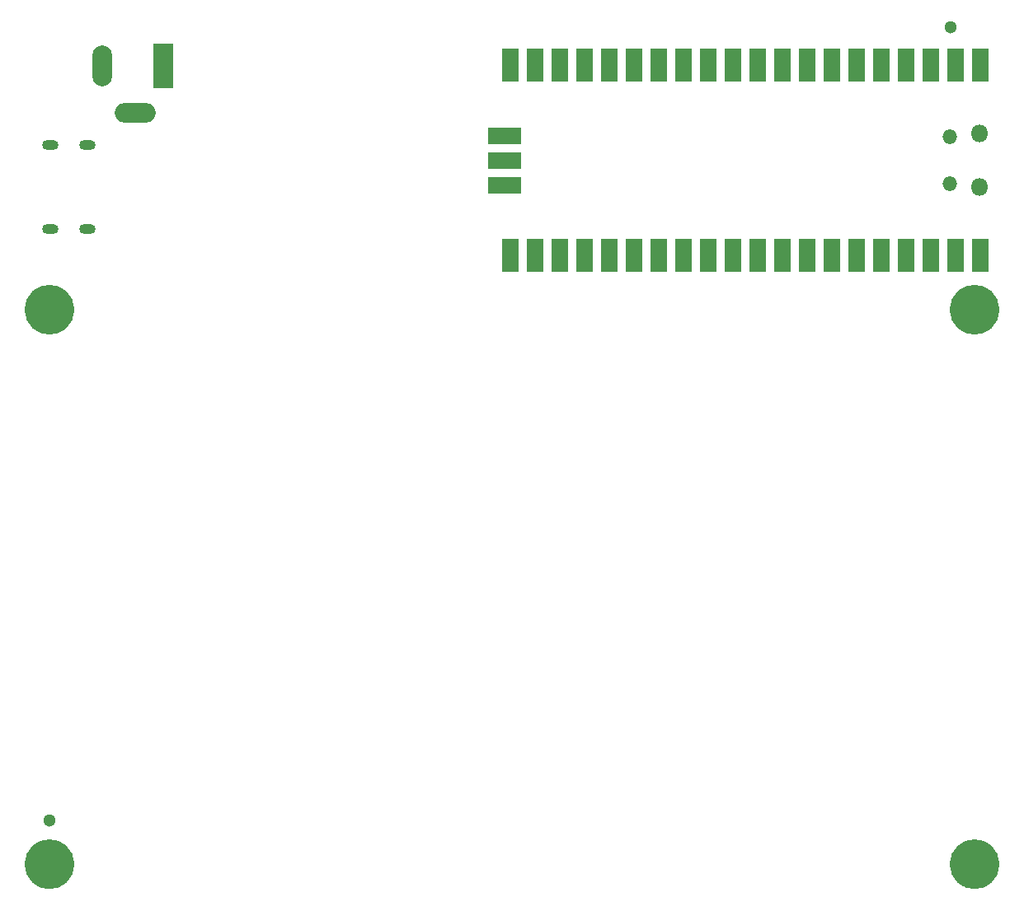
<source format=gbs>
G04 #@! TF.GenerationSoftware,KiCad,Pcbnew,9.0.1-rc2*
G04 #@! TF.CreationDate,2025-10-07T22:29:05-07:00*
G04 #@! TF.ProjectId,backlight,6261636b-6c69-4676-9874-2e6b69636164,rev?*
G04 #@! TF.SameCoordinates,Original*
G04 #@! TF.FileFunction,Soldermask,Bot*
G04 #@! TF.FilePolarity,Negative*
%FSLAX46Y46*%
G04 Gerber Fmt 4.6, Leading zero omitted, Abs format (unit mm)*
G04 Created by KiCad (PCBNEW 9.0.1-rc2) date 2025-10-07 22:29:05*
%MOMM*%
%LPD*%
G01*
G04 APERTURE LIST*
%ADD10C,2.575000*%
%ADD11R,3.500000X1.700000*%
%ADD12R,1.700000X3.500000*%
%ADD13O,1.800000X1.800000*%
%ADD14O,1.500000X1.500000*%
%ADD15C,2.200000*%
%ADD16C,1.300000*%
%ADD17O,4.200000X2.000000*%
%ADD18O,2.000000X4.200000*%
%ADD19R,2.000000X4.600000*%
%ADD20O,1.700000X1.000000*%
G04 APERTURE END LIST*
D10*
X180787500Y-88500000D02*
G75*
G02*
X178212500Y-88500000I-1287500J0D01*
G01*
X178212500Y-88500000D02*
G75*
G02*
X180787500Y-88500000I1287500J0D01*
G01*
X85787500Y-88500000D02*
G75*
G02*
X83212500Y-88500000I-1287500J0D01*
G01*
X83212500Y-88500000D02*
G75*
G02*
X85787500Y-88500000I1287500J0D01*
G01*
X85787500Y-145500000D02*
G75*
G02*
X83212500Y-145500000I-1287500J0D01*
G01*
X83212500Y-145500000D02*
G75*
G02*
X85787500Y-145500000I1287500J0D01*
G01*
X180787500Y-145500000D02*
G75*
G02*
X178212500Y-145500000I-1287500J0D01*
G01*
X178212500Y-145500000D02*
G75*
G02*
X180787500Y-145500000I1287500J0D01*
G01*
D11*
X131200000Y-70595000D03*
X131200000Y-73135000D03*
X131200000Y-75675000D03*
D12*
X180130000Y-63345000D03*
X177590000Y-63345000D03*
X175050000Y-63345000D03*
X172510000Y-63345000D03*
X169970000Y-63345000D03*
X167430000Y-63345000D03*
X164890000Y-63345000D03*
X162350000Y-63345000D03*
X159810000Y-63345000D03*
X157270000Y-63345000D03*
X154730000Y-63345000D03*
X152190000Y-63345000D03*
X149650000Y-63345000D03*
X147110000Y-63345000D03*
X144570000Y-63345000D03*
X142030000Y-63345000D03*
X139490000Y-63345000D03*
X136950000Y-63345000D03*
X134410000Y-63345000D03*
X131870000Y-63345000D03*
X131870000Y-82925000D03*
X134410000Y-82925000D03*
X136950000Y-82925000D03*
X139490000Y-82925000D03*
X142030000Y-82925000D03*
X144570000Y-82925000D03*
X147110000Y-82925000D03*
X149650000Y-82925000D03*
X152190000Y-82925000D03*
X154730000Y-82925000D03*
X157270000Y-82925000D03*
X159810000Y-82925000D03*
X162350000Y-82925000D03*
X164890000Y-82925000D03*
X167430000Y-82925000D03*
X169970000Y-82925000D03*
X172510000Y-82925000D03*
X175050000Y-82925000D03*
X177590000Y-82925000D03*
X180130000Y-82925000D03*
D13*
X180000000Y-70410000D03*
D14*
X176970000Y-70710000D03*
X176970000Y-75560000D03*
D13*
X180000000Y-75860000D03*
D15*
X179500000Y-88500000D03*
X84500000Y-88500000D03*
D16*
X84500000Y-141000000D03*
D15*
X84500000Y-145500000D03*
D17*
X93300000Y-68225001D03*
D18*
X89900000Y-63425001D03*
D19*
X96200000Y-63425001D03*
D15*
X179500000Y-145500000D03*
D20*
X84600000Y-80220000D03*
X88400000Y-80220000D03*
X84600000Y-71580000D03*
X88400000Y-71580000D03*
D16*
X177000000Y-59500000D03*
M02*

</source>
